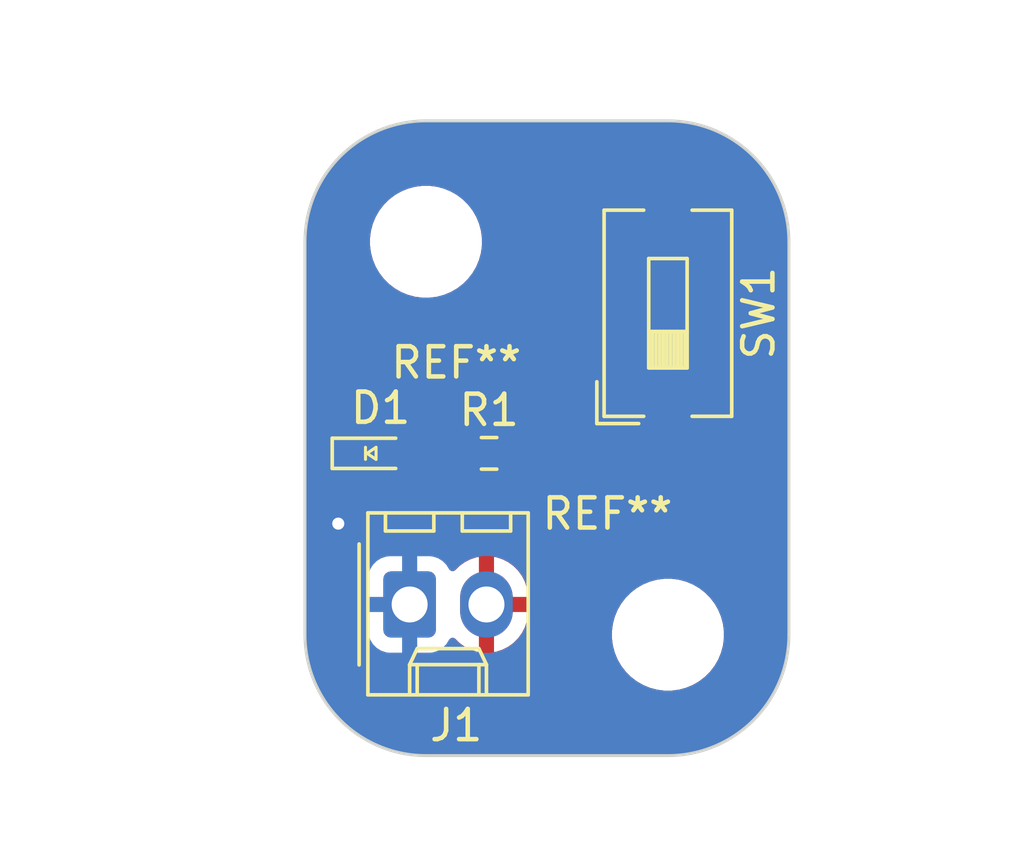
<source format=kicad_pcb>
(kicad_pcb (version 20240108) (generator "pcbnew") (generator_version "8.0")
  (title_block (title "LED Circuit") (date "2022-08-16") (rev "1.0") (company "Illini Solar Car") (comment 1 "Designed By: Jonah Sills"))
  (layers (0 "F.Cu" signal) (31 "B.Cu" signal) (34 "B.Paste" user) (35 "F.Paste" user) (36 "B.SilkS" user "B.Silkscreen") (37 "F.SilkS" user "F.Silkscreen") (38 "B.Mask" user) (39 "F.Mask" user) (44 "Edge.Cuts" user))
  (net 0 "")
  (net 1 "Net-(D1-A)")
  (net 2 "GND")
  (net 3 "Net-(R1-Pad1)")
  (net 4 "+3V3")
  (footprint "MountingHole:MountingHole_3.2mm_M3" (layer "F.Cu") (at 141 94)
    (property "Reference" "REF**" (at 1 4 0) (layer "F.SilkS"))
    (property "Value" "MountingHole_3.2mm_M3" (hide yes))
    (pad "" np_thru_hole circle (at 0 0) (size 3.2 3.2) (drill 3.2) (layers "*.Cu" "*.Mask"))
  )
  (footprint "MountingHole:MountingHole_3.2mm_M3" (layer "F.Cu") (at 149 107)
    (property "Reference" "REF**" (at -2 -4 0) (layer "F.SilkS"))
    (property "Value" "MountingHole_3.2mm_M3" (hide yes))
    (pad "" np_thru_hole circle (at 0 0) (size 3.2 3.2) (drill 3.2) (layers "F&B.Cu" "*.Mask"))
  )
  (footprint "Connector_Molex:Molex_KK-254_AE-6410-02A_1x02_P2.54mm_Vertical" (layer "F.Cu") (at 140.46 106)
    (property "Reference" "J1" (at 1.54 4 0) (layer "F.SilkS"))
    (property "Value" "Conn_01x02" (hide yes))
    (fp_line (start -1.67 -2) (end -1.67 2) (stroke (width 0.12)) (layer "F.SilkS"))
    (fp_line (start -1.38 -3.03) (end -1.38 2.99) (stroke (width 0.12)) (layer "F.SilkS"))
    (fp_line (start -1.38 2.99) (end 3.92 2.99) (stroke (width 0.12)) (layer "F.SilkS"))
    (fp_line (start -0.8 -3.03) (end -0.8 -2.43) (stroke (width 0.12)) (layer "F.SilkS"))
    (fp_line (start -0.8 -2.43) (end 0.8 -2.43) (stroke (width 0.12)) (layer "F.SilkS"))
    (fp_line (start 0 1.99) (end 0.25 1.46) (stroke (width 0.12)) (layer "F.SilkS"))
    (fp_line (start 0 1.99) (end 2.54 1.99) (stroke (width 0.12)) (layer "F.SilkS"))
    (fp_line (start 0 2.99) (end 0 1.99) (stroke (width 0.12)) (layer "F.SilkS"))
    (fp_line (start 0.25 1.46) (end 2.29 1.46) (stroke (width 0.12)) (layer "F.SilkS"))
    (fp_line (start 0.25 2.99) (end 0.25 1.99) (stroke (width 0.12)) (layer "F.SilkS"))
    (fp_line (start 0.8 -2.43) (end 0.8 -3.03) (stroke (width 0.12)) (layer "F.SilkS"))
    (fp_line (start 1.74 -3.03) (end 1.74 -2.43) (stroke (width 0.12)) (layer "F.SilkS"))
    (fp_line (start 1.74 -2.43) (end 3.34 -2.43) (stroke (width 0.12)) (layer "F.SilkS"))
    (fp_line (start 2.29 1.46) (end 2.54 1.99) (stroke (width 0.12)) (layer "F.SilkS"))
    (fp_line (start 2.29 2.99) (end 2.29 1.99) (stroke (width 0.12)) (layer "F.SilkS"))
    (fp_line (start 2.54 1.99) (end 2.54 2.99) (stroke (width 0.12)) (layer "F.SilkS"))
    (fp_line (start 3.34 -2.43) (end 3.34 -3.03) (stroke (width 0.12)) (layer "F.SilkS"))
    (fp_line (start 3.92 -3.03) (end -1.38 -3.03) (stroke (width 0.12)) (layer "F.SilkS"))
    (fp_line (start 3.92 2.99) (end 3.92 -3.03) (stroke (width 0.12)) (layer "F.SilkS"))
    (pad "1" thru_hole roundrect (at 0 0) (size 1.74 2.19) (drill 1.19) (layers "*.Cu" "*.Mask") (roundrect_rratio 0.143678) (net 2 "GND"))
    (pad "2" thru_hole oval (at 2.54 0) (size 1.74 2.19) (drill 1.19) (layers "*.Cu" "*.Mask") (net 4 "+3V3"))
  )
  (footprint "layout:LED_0603_Symbol_on_F.SilkS" (layer "F.Cu") (at 139.2 101)
    (property "Reference" "D1" (at 0.3 -1.5 0) (layer "F.SilkS"))
    (property "Value" "BLUE_LED" (hide yes))
    (fp_line (start -1.3 -0.5) (end -1.3 0.5) (stroke (width 0.12)) (layer "F.SilkS"))
    (fp_line (start -1.3 -0.5) (end 0.8 -0.5) (stroke (width 0.12)) (layer "F.SilkS"))
    (fp_line (start -1.3 0.5) (end 0.8 0.5) (stroke (width 0.12)) (layer "F.SilkS"))
    (fp_line (start -0.2 -0.2) (end -0.2 0.2) (stroke (width 0.1)) (layer "F.SilkS"))
    (fp_line (start -0.15 0) (end 0.15 -0.2) (stroke (width 0.1)) (layer "F.SilkS"))
    (fp_line (start 0.15 -0.2) (end 0.15 0.2) (stroke (width 0.1)) (layer "F.SilkS"))
    (fp_line (start 0.15 0.2) (end -0.15 0) (stroke (width 0.1)) (layer "F.SilkS"))
    (pad "1" smd rect (at -0.8 0 180) (size 0.8 0.8) (layers "F.Cu" "F.Paste" "F.Mask") (net 2 "GND"))
    (pad "2" smd rect (at 0.8 0 180) (size 0.8 0.8) (layers "F.Cu" "F.Paste" "F.Mask") (net 1 "Net-(D1-A)"))
  )
  (footprint "Button_Switch_SMD:SW_DIP_SPSTx01_Slide_6.7x4.1mm_W6.73mm_P2.54mm_LowProfile_JPin" (layer "F.Cu") (at 149 96.365 90)
    (property "Reference" "SW1" (at 0 3 270) (layer "F.SilkS"))
    (property "Value" "SW_Push" (hide yes))
    (fp_line (start -3.65 -2.35) (end -2.267 -2.35) (stroke (width 0.12)) (layer "F.SilkS"))
    (fp_line (start -3.65 -2.35) (end -3.65 -0.967) (stroke (width 0.12)) (layer "F.SilkS"))
    (fp_line (start 3.41 -2.11) (end 3.41 -0.8) (stroke (width 0.12)) (layer "F.SilkS"))
    (fp_line (start -3.41 -2.11) (end 3.41 -2.11) (stroke (width 0.12)) (layer "F.SilkS"))
    (fp_line (start -3.41 -2.11) (end -3.41 -0.8) (stroke (width 0.12)) (layer "F.SilkS"))
    (fp_line (start 1.81 -0.635) (end -1.81 -0.635) (stroke (width 0.12)) (layer "F.SilkS"))
    (fp_line (start -0.603333 -0.635) (end -0.603333 0.635) (stroke (width 0.12)) (layer "F.SilkS"))
    (fp_line (start -1.81 -0.635) (end -1.81 0.635) (stroke (width 0.12)) (layer "F.SilkS"))
    (fp_line (start -1.81 -0.515) (end -0.603333 -0.515) (stroke (width 0.12)) (layer "F.SilkS"))
    (fp_line (start -1.81 -0.395) (end -0.603333 -0.395) (stroke (width 0.12)) (layer "F.SilkS"))
    (fp_line (start -1.81 -0.275) (end -0.603333 -0.275) (stroke (width 0.12)) (layer "F.SilkS"))
    (fp_line (start -1.81 -0.155) (end -0.603333 -0.155) (stroke (width 0.12)) (layer "F.SilkS"))
    (fp_line (start -1.81 -0.035) (end -0.603333 -0.035) (stroke (width 0.12)) (layer "F.SilkS"))
    (fp_line (start -1.81 0.085) (end -0.603333 0.085) (stroke (width 0.12)) (layer "F.SilkS"))
    (fp_line (start -1.81 0.205) (end -0.603333 0.205) (stroke (width 0.12)) (layer "F.SilkS"))
    (fp_line (start -1.81 0.325) (end -0.603333 0.325) (stroke (width 0.12)) (layer "F.SilkS"))
    (fp_line (start -1.81 0.445) (end -0.603333 0.445) (stroke (width 0.12)) (layer "F.SilkS"))
    (fp_line (start -1.81 0.565) (end -0.603333 0.565) (stroke (width 0.12)) (layer "F.SilkS"))
    (fp_line (start 1.81 0.635) (end 1.81 -0.635) (stroke (width 0.12)) (layer "F.SilkS"))
    (fp_line (start -1.81 0.635) (end 1.81 0.635) (stroke (width 0.12)) (layer "F.SilkS"))
    (fp_line (start 3.41 0.8) (end 3.41 2.11) (stroke (width 0.12)) (layer "F.SilkS"))
    (fp_line (start -3.41 0.8) (end -3.41 2.11) (stroke (width 0.12)) (layer "F.SilkS"))
    (fp_line (start -3.41 2.11) (end 3.41 2.11) (stroke (width 0.12)) (layer "F.SilkS"))
    (pad "1" smd rect (at -3.365 0 90) (size 2.16 1.12) (layers "F.Cu" "F.Paste" "F.Mask") (net 4 "+3V3"))
    (pad "2" smd rect (at 3.365 0 90) (size 2.16 1.12) (layers "F.Cu" "F.Paste" "F.Mask") (net 3 "Net-(R1-Pad1)"))
  )
  (footprint "Resistor_SMD:R_0603_1608Metric_Pad0.98x0.95mm_HandSolder" (layer "F.Cu") (at 143.0875 101)
    (property "Reference" "R1" (at 0 -1.43 0) (layer "F.SilkS"))
    (property "Value" "105" (hide yes))
    (fp_line (start -0.254724 -0.5225) (end 0.254724 -0.5225) (stroke (width 0.12)) (layer "F.SilkS"))
    (fp_line (start -0.254724 0.5225) (end 0.254724 0.5225) (stroke (width 0.12)) (layer "F.SilkS"))
    (pad "1" smd roundrect (at -0.9125 0) (size 0.975 0.95) (layers "F.Cu" "F.Paste" "F.Mask") (net 3 "Net-(R1-Pad1)"))
    (pad "2" smd roundrect (at 0.9125 0) (size 0.975 0.95) (layers "F.Cu" "F.Paste" "F.Mask") (net 1 "Net-(D1-A)"))
  )
  (gr_arc (start 137 94) (mid 138.171573 91.171573) (end 141 90) (stroke (width 0.1)) (layer "Edge.Cuts"))
  (gr_arc (start 149 90) (mid 151.828427 91.171573) (end 153 94) (stroke (width 0.1)) (layer "Edge.Cuts"))
  (gr_line (start 153 94) (end 153 107) (stroke (width 0.1)) (layer "Edge.Cuts"))
  (gr_arc (start 141 111) (mid 138.171573 109.828427) (end 137 107) (stroke (width 0.1)) (layer "Edge.Cuts"))
  (gr_line (start 137 107) (end 137 94) (stroke (width 0.1)) (layer "Edge.Cuts"))
  (gr_line (start 141 90) (end 149 90) (stroke (width 0.1)) (layer "Edge.Cuts"))
  (gr_arc (start 153 107) (mid 151.828427 109.828427) (end 149 111) (stroke (width 0.1)) (layer "Edge.Cuts"))
  (gr_line (start 149 111) (end 141 111) (stroke (width 0.1)) (layer "Edge.Cuts"))
  (segment (start 144.9 102.075) (end 144.8 102.175) (width 0.25) (layer "F.Cu") (net 1))
  (segment (start 145.15 101) (end 145.175 100.975) (width 0.25) (layer "F.Cu") (net 1))
  (segment (start 140 102.125) (end 140 101) (width 0.25) (layer "F.Cu") (net 1))
  (segment (start 145.175 102.05) (end 145.15 102.075) (width 0.25) (layer "F.Cu") (net 1))
  (segment (start 139.95 102.175) (end 140 102.125) (width 0.25) (layer "F.Cu") (net 1))
  (segment (start 144 101) (end 145.15 101) (width 0.25) (layer "F.Cu") (net 1))
  (segment (start 145.175 100.975) (end 145.175 102.05) (width 0.25) (layer "F.Cu") (net 1))
  (segment (start 145.15 102.075) (end 144.9 102.075) (width 0.25) (layer "F.Cu") (net 1))
  (segment (start 144.8 102.175) (end 139.95 102.175) (width 0.25) (layer "F.Cu") (net 1))
  (segment (start 138.4 103.025) (end 138.1 103.325) (width 0.25) (layer "F.Cu") (net 2))
  (segment (start 138.4 101) (end 138.4 103.025) (width 0.25) (layer "F.Cu") (net 2))
  (via (at 138.1 103.325) (size 0.8) (drill 0.4) (layers "F.Cu" "B.Cu") (net 2))
  (segment (start 145.475 93.825) (end 145.475 98.275) (width 0.25) (layer "F.Cu") (net 3))
  (segment (start 142.15 99) (end 142.175 99.025) (width 0.25) (layer "F.Cu") (net 3))
  (segment (start 144.775 98.975) (end 142.175 98.975) (width 0.25) (layer "F.Cu") (net 3))
  (segment (start 142.175 98.975) (end 142.15 99) (width 0.25) (layer "F.Cu") (net 3))
  (segment (start 145.475 98.275) (end 144.775 98.975) (width 0.25) (layer "F.Cu") (net 3))
  (segment (start 146.3 93) (end 145.475 93.825) (width 0.25) (layer "F.Cu") (net 3))
  (segment (start 149 93) (end 146.3 93) (width 0.25) (layer "F.Cu") (net 3))
  (segment (start 142.175 99.025) (end 142.175 101) (width 0.25) (layer "F.Cu") (net 3))
  (zone (net 4) (net_name "+3V3") (layer "F.Cu") (connect_pads (clearance 0.508)) (min_thickness 0.25) (fill yes (thermal_gap 0.5) (thermal_bridge_width 0.5))
    (polygon (pts (xy 153 90) (xy 137 90) (xy 137 111) (xy 153 111)))
  )
  (zone (net 2) (net_name "GND") (layer "B.Cu") (priority 1) (connect_pads (clearance 0.508)) (min_thickness 0.25) (fill yes (thermal_gap 0.5) (thermal_bridge_width 0.5))
    (polygon (pts (xy 137 90) (xy 153 90) (xy 153 111) (xy 137 111)))
  )
)
</source>
